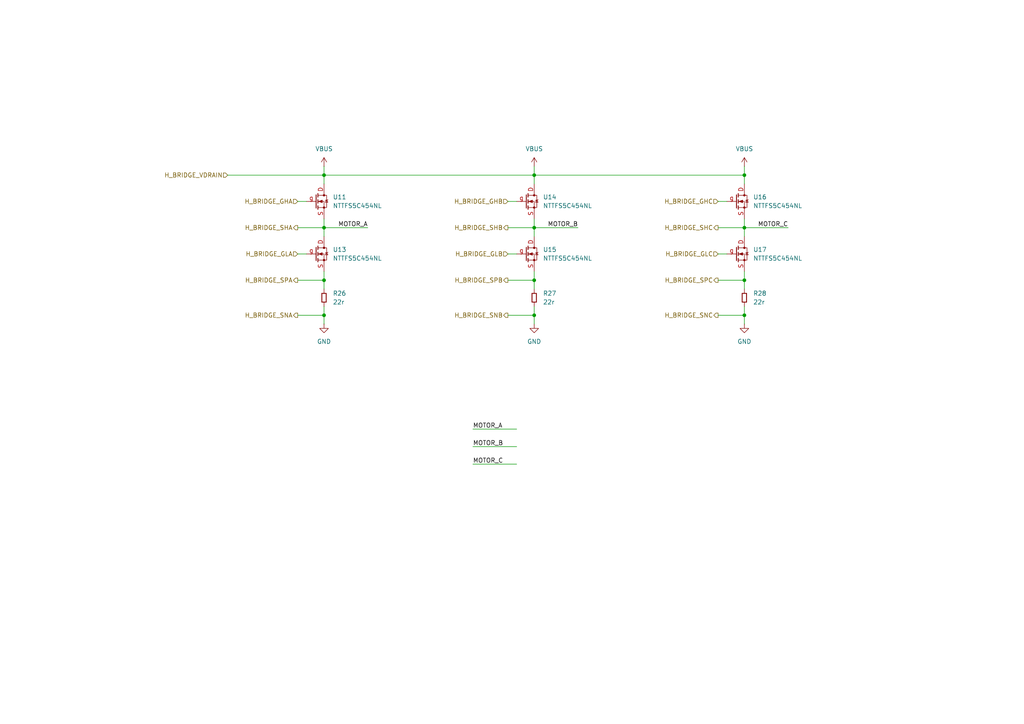
<source format=kicad_sch>
(kicad_sch (version 20250114) (generator "eeschema") (generator_version "9.0")
  (paper "A4")
  (lib_symbols
    (symbol "Device:R" (pin_numbers (hide yes)) (pin_names (offset 0))
      (symbol "R_0_1"
        (rectangle (start -0.635 1.27) (end 0.635 -1.27) (stroke (width 0.254)))
      )
      (symbol "R_1_1"
        (pin passive line (at 0 2.54 270) (length 1.27) (name "~") (number "1"))
        (pin passive line (at 0 -2.54 90) (length 1.27) (name "~") (number "2"))
      )
    )
    (symbol "power:GND" (power) (pin_numbers (hide yes)) (pin_names (offset 0) (hide yes))
      (property "Value" "GND" (at 0 -3.81 0))
      (symbol "GND_0_1"
        (polyline (pts (xy 0 0) (xy 0 -1.27) (xy 1.27 -1.27) (xy 0 -2.54) (xy -1.27 -1.27) (xy 0 -1.27)))
      )
      (symbol "GND_1_1"
        (pin power_in line (at 0 0 270) (length 0) (name "~") (number "1"))
      )
    )
    (symbol "power:VBUS" (power) (pin_numbers (hide yes)) (pin_names (offset 0) (hide yes))
      (property "Value" "VBUS" (at 0 3.556 0))
      (symbol "VBUS_0_1"
        (polyline (pts (xy -0.762 1.27) (xy 0 2.54)))
        (polyline (pts (xy 0 2.54) (xy 0.762 1.27)))
        (polyline (pts (xy 0 0) (xy 0 2.54)))
      )
      (symbol "VBUS_1_1"
        (pin power_in line (at 0 0 90) (length 0) (name "~") (number "1"))
      )
    )
    (symbol "simplified_spincoater_v1:NTTFS5C454NL"
      (property "Reference" "U" (at 0 0 0))
      (property "Value" "NTTFS5C454NL" (at 5.6388 30.5562 0))
      (symbol "NTTFS5C454NL_0_1"
        (polyline (pts (xy 2.794 1.905) (xy 2.794 -1.905)) (stroke (width 0.254)))
        (polyline (pts (xy 3.302 2.286) (xy 3.302 1.27)) (stroke (width 0.254)))
        (polyline (pts (xy 3.302 1.778) (xy 5.842 1.778) (xy 5.842 -1.778) (xy 3.302 -1.778)))
        (polyline (pts (xy 3.302 0.508) (xy 3.302 -0.508)) (stroke (width 0.254)))
        (polyline (pts (xy 3.302 -1.27) (xy 3.302 -2.286)) (stroke (width 0.254)))
        (polyline (pts (xy 3.556 0) (xy 4.572 -0.381) (xy 4.572 0.381) (xy 3.556 0)) (fill (type outline)))
        (circle (center 5.08 1.778) (radius 0.254) (fill (type outline)))
        (circle (center 5.08 -1.778) (radius 0.254) (fill (type outline)))
        (polyline (pts (xy 5.08 -1.905) (xy 5.08 0) (xy 3.302 0)))
        (polyline (pts (xy 5.6388 0.381) (xy 5.4356 0.254)))
        (polyline (pts (xy 5.8294 0.381) (xy 6.2104 -0.254) (xy 5.4484 -0.254) (xy 5.8294 0.381)))
        (polyline (pts (xy 6.0452 0.381) (xy 5.6388 0.381)))
        (polyline (pts (xy 6.0452 0.381) (xy 6.0452 0.381)))
        (polyline (pts (xy 6.0452 0.381) (xy 6.223 0.508)))
      )
      (symbol "NTTFS5C454NL_1_1"
        (pin input line (at 0 0 0) (length 2.794) (hide yes) (name "") (number "4"))
        (pin input line (at 0 0 0) (length 2.794) (name "") (number "g"))
        (pin power_out line (at 5.08 5.08 270) (length 3.175) (hide yes) (name "") (number "5"))
        (pin power_out line (at 5.08 5.08 270) (length 3.175) (hide yes) (name "") (number "6"))
        (pin power_out line (at 5.08 5.08 270) (length 3.175) (hide yes) (name "") (number "7"))
        (pin power_out line (at 5.08 5.08 270) (length 3.175) (hide yes) (name "") (number "8"))
        (pin power_out line (at 5.08 5.08 270) (length 3.175) (name "") (number "D"))
        (pin power_out line (at 5.08 -5.08 90) (length 3.175) (hide yes) (name "") (number "1"))
        (pin power_out line (at 5.08 -5.08 90) (length 3.175) (hide yes) (name "") (number "2"))
        (pin power_out line (at 5.08 -5.08 90) (length 3.175) (hide yes) (name "") (number "3"))
        (pin power_in line (at 5.08 -5.08 90) (length 3.175) (name "") (number "S"))
      )
    )
  )
  (junction (at 215.9 50.8))
  (junction (at 215.9 66.04))
  (junction (at 93.98 81.28))
  (junction (at 93.98 66.04))
  (junction (at 154.94 50.8))
  (junction (at 215.9 81.28))
  (junction (at 93.98 50.8))
  (junction (at 93.98 91.44))
  (junction (at 154.94 81.28))
  (junction (at 215.9 91.44))
  (junction (at 154.94 91.44))
  (junction (at 154.94 66.04))
  (wire (pts (xy 93.98 63.5) (xy 93.98 66.04)))
  (wire (pts (xy 215.9 88.9) (xy 215.9 91.44)))
  (wire (pts (xy 154.94 88.9) (xy 154.94 91.44)))
  (wire (pts (xy 66.04 50.8) (xy 93.98 50.8)))
  (wire (pts (xy 86.36 91.44) (xy 93.98 91.44)))
  (wire (pts (xy 86.36 66.04) (xy 93.98 66.04)))
  (wire (pts (xy 86.36 81.28) (xy 93.98 81.28)))
  (wire (pts (xy 93.98 81.28) (xy 93.98 83.82)))
  (wire (pts (xy 154.94 78.74) (xy 154.94 81.28)))
  (wire (pts (xy 154.94 48.26) (xy 154.94 50.8)))
  (wire (pts (xy 93.98 66.04) (xy 106.68 66.04)))
  (wire (pts (xy 149.86 73.66) (xy 147.32 73.66)))
  (wire (pts (xy 208.28 81.28) (xy 215.9 81.28)))
  (wire (pts (xy 154.94 50.8) (xy 215.9 50.8)))
  (wire (pts (xy 93.98 50.8) (xy 93.98 53.34)))
  (wire (pts (xy 215.9 66.04) (xy 228.6 66.04)))
  (wire (pts (xy 210.82 73.66) (xy 208.28 73.66)))
  (wire (pts (xy 88.9 73.66) (xy 86.36 73.66)))
  (wire (pts (xy 215.9 81.28) (xy 215.9 83.82)))
  (wire (pts (xy 149.86 124.46) (xy 137.16 124.46)))
  (wire (pts (xy 88.9 58.42) (xy 86.36 58.42)))
  (wire (pts (xy 93.98 48.26) (xy 93.98 50.8)))
  (wire (pts (xy 210.82 58.42) (xy 208.28 58.42)))
  (wire (pts (xy 215.9 63.5) (xy 215.9 66.04)))
  (wire (pts (xy 154.94 50.8) (xy 154.94 53.34)))
  (wire (pts (xy 154.94 91.44) (xy 154.94 93.98)))
  (wire (pts (xy 149.86 129.54) (xy 137.16 129.54)))
  (wire (pts (xy 147.32 91.44) (xy 154.94 91.44)))
  (wire (pts (xy 208.28 91.44) (xy 215.9 91.44)))
  (wire (pts (xy 215.9 66.04) (xy 215.9 68.58)))
  (wire (pts (xy 149.86 134.62) (xy 137.16 134.62)))
  (wire (pts (xy 215.9 48.26) (xy 215.9 50.8)))
  (wire (pts (xy 215.9 91.44) (xy 215.9 93.98)))
  (wire (pts (xy 93.98 91.44) (xy 93.98 93.98)))
  (wire (pts (xy 149.86 58.42) (xy 147.32 58.42)))
  (wire (pts (xy 93.98 88.9) (xy 93.98 91.44)))
  (wire (pts (xy 154.94 63.5) (xy 154.94 66.04)))
  (wire (pts (xy 215.9 78.74) (xy 215.9 81.28)))
  (wire (pts (xy 215.9 50.8) (xy 215.9 53.34)))
  (wire (pts (xy 93.98 78.74) (xy 93.98 81.28)))
  (wire (pts (xy 154.94 66.04) (xy 167.64 66.04)))
  (wire (pts (xy 208.28 66.04) (xy 215.9 66.04)))
  (wire (pts (xy 154.94 81.28) (xy 154.94 83.82)))
  (wire (pts (xy 147.32 81.28) (xy 154.94 81.28)))
  (wire (pts (xy 93.98 66.04) (xy 93.98 68.58)))
  (wire (pts (xy 154.94 66.04) (xy 154.94 68.58)))
  (wire (pts (xy 147.32 66.04) (xy 154.94 66.04)))
  (wire (pts (xy 93.98 50.8) (xy 154.94 50.8)))
  (label "MOTOR_A" (at 106.68 66.04 180))
  (label "MOTOR_C" (at 228.6 66.04 180))
  (label "MOTOR_C" (at 137.16 134.62 0))
  (label "MOTOR_B" (at 167.64 66.04 180))
  (label "MOTOR_A" (at 137.16 124.46 0))
  (label "MOTOR_B" (at 137.16 129.54 0))
  (hierarchical_label "H_BRIDGE_VDRAIN" (shape input) (at 66.04 50.8 180))
  (hierarchical_label "H_BRIDGE_GHA" (shape input) (at 86.36 58.42 180))
  (hierarchical_label "H_BRIDGE_SHA" (shape output) (at 86.36 66.04 180))
  (hierarchical_label "H_BRIDGE_SPA" (shape output) (at 86.36 81.28 180))
  (hierarchical_label "H_BRIDGE_SHB" (shape output) (at 147.32 66.04 180))
  (hierarchical_label "H_BRIDGE_GLB" (shape input) (at 147.32 73.66 180))
  (hierarchical_label "H_BRIDGE_SNB" (shape output) (at 147.32 91.44 180))
  (hierarchical_label "H_BRIDGE_SNA" (shape output) (at 86.36 91.44 180))
  (hierarchical_label "H_BRIDGE_SPC" (shape output) (at 208.28 81.28 180))
  (hierarchical_label "H_BRIDGE_SNC" (shape output) (at 208.28 91.44 180))
  (hierarchical_label "H_BRIDGE_SPB" (shape output) (at 147.32 81.28 180))
  (hierarchical_label "H_BRIDGE_GHC" (shape input) (at 208.28 58.42 180))
  (hierarchical_label "H_BRIDGE_GHB" (shape input) (at 147.32 58.42 180))
  (hierarchical_label "H_BRIDGE_GLC" (shape input) (at 208.28 73.66 180))
  (hierarchical_label "H_BRIDGE_GLA" (shape input) (at 86.36 73.66 180))
  (hierarchical_label "H_BRIDGE_SHC" (shape output) (at 208.28 66.04 180))
  (symbol (lib_id "simplified_spincoater_v1:NTTFS5C454NL") (at 210.82 73.66 0) (unit 1)
    (property "Reference" "U17" (at 218.44 72.3899 0) (effects (justify left)))
    (property "Value" "NTTFS5C454NL" (at 218.44 74.9299 0) (effects (justify left)))
    (property "Footprint" "simplified_spincoater_v1:NTTFS5C454NL" (effects (hide yes)))
    (property "Datasheet" "kicad-embed://NTTFS5C454NL.pdf" (effects (hide yes)))
  )
  (symbol (lib_id "simplified_spincoater_v1:NTTFS5C454NL") (at 88.9 58.42 0) (unit 1)
    (property "Reference" "U11" (at 96.52 57.1499 0) (effects (justify left)))
    (property "Value" "NTTFS5C454NL" (at 96.52 59.6899 0) (effects (justify left)))
    (property "Footprint" "simplified_spincoater_v1:NTTFS5C454NL" (effects (hide yes)))
    (property "Datasheet" "kicad-embed://NTTFS5C454NL.pdf" (effects (hide yes)))
  )
  (symbol (lib_id "Device:R") (at 215.9 86.36 180) (unit 1)
    (property "Reference" "R28" (at 218.44 85.0899 0) (effects (justify right)))
    (property "Value" "22r" (at 218.44 87.6299 0) (effects (justify right)))
    (property "Footprint" "Resistor_SMD:R_0201_0603Metric" (effects (hide yes)))
    (property "Description" "Resistor" (effects (hide yes)))
  )
  (symbol (lib_id "simplified_spincoater_v1:NTTFS5C454NL") (at 88.9 73.66 0) (unit 1)
    (property "Reference" "U13" (at 96.52 72.3899 0) (effects (justify left)))
    (property "Value" "NTTFS5C454NL" (at 96.52 74.9299 0) (effects (justify left)))
    (property "Footprint" "simplified_spincoater_v1:NTTFS5C454NL" (effects (hide yes)))
    (property "Datasheet" "kicad-embed://NTTFS5C454NL.pdf" (effects (hide yes)))
  )
  (symbol (lib_id "simplified_spincoater_v1:NTTFS5C454NL") (at 149.86 58.42 0) (unit 1)
    (property "Reference" "U14" (at 157.48 57.1499 0) (effects (justify left)))
    (property "Value" "NTTFS5C454NL" (at 157.48 59.6899 0) (effects (justify left)))
    (property "Footprint" "simplified_spincoater_v1:NTTFS5C454NL" (effects (hide yes)))
    (property "Datasheet" "kicad-embed://NTTFS5C454NL.pdf" (effects (hide yes)))
  )
  (symbol (lib_id "simplified_spincoater_v1:NTTFS5C454NL") (at 149.86 73.66 0) (unit 1)
    (property "Reference" "U15" (at 157.48 72.3899 0) (effects (justify left)))
    (property "Value" "NTTFS5C454NL" (at 157.48 74.9299 0) (effects (justify left)))
    (property "Footprint" "simplified_spincoater_v1:NTTFS5C454NL" (effects (hide yes)))
    (property "Datasheet" "kicad-embed://NTTFS5C454NL.pdf" (effects (hide yes)))
  )
  (symbol (lib_id "power:VBUS") (at 154.94 48.26 0) (unit 1)
    (property "Reference" "#PWR071" (effects (hide yes)))
    (property "Value" "VBUS" (at 154.94 43.18 0))
    (property "Description" "Power symbol creates a global label with name \"VBUS\"" (effects (hide yes)))
  )
  (symbol (lib_id "power:VBUS") (at 93.98 48.26 0) (unit 1)
    (property "Reference" "#PWR070" (effects (hide yes)))
    (property "Value" "VBUS" (at 93.98 43.18 0))
    (property "Description" "Power symbol creates a global label with name \"VBUS\"" (effects (hide yes)))
  )
  (symbol (lib_id "power:GND") (at 154.94 93.98 0) (unit 1)
    (property "Reference" "#PWR031" (effects (hide yes)))
    (property "Value" "GND" (at 154.94 99.06 0))
    (property "Description" "Power symbol creates a global label with name \"GND\" , ground" (effects (hide yes)))
  )
  (symbol (lib_id "Device:R") (at 154.94 86.36 180) (unit 1)
    (property "Reference" "R27" (at 157.48 85.0899 0) (effects (justify right)))
    (property "Value" "22r" (at 157.48 87.6299 0) (effects (justify right)))
    (property "Footprint" "Resistor_SMD:R_0201_0603Metric" (effects (hide yes)))
    (property "Description" "Resistor" (effects (hide yes)))
  )
  (symbol (lib_id "power:VBUS") (at 215.9 48.26 0) (unit 1)
    (property "Reference" "#PWR072" (effects (hide yes)))
    (property "Value" "VBUS" (at 215.9 43.18 0))
    (property "Description" "Power symbol creates a global label with name \"VBUS\"" (effects (hide yes)))
  )
  (symbol (lib_id "power:GND") (at 215.9 93.98 0) (unit 1)
    (property "Reference" "#PWR033" (effects (hide yes)))
    (property "Value" "GND" (at 215.9 99.06 0))
    (property "Description" "Power symbol creates a global label with name \"GND\" , ground" (effects (hide yes)))
  )
  (symbol (lib_id "simplified_spincoater_v1:NTTFS5C454NL") (at 210.82 58.42 0) (unit 1)
    (property "Reference" "U16" (at 218.44 57.1499 0) (effects (justify left)))
    (property "Value" "NTTFS5C454NL" (at 218.44 59.6899 0) (effects (justify left)))
    (property "Footprint" "simplified_spincoater_v1:NTTFS5C454NL" (effects (hide yes)))
    (property "Datasheet" "kicad-embed://NTTFS5C454NL.pdf" (effects (hide yes)))
  )
  (symbol (lib_id "power:GND") (at 93.98 93.98 0) (unit 1)
    (property "Reference" "#PWR016" (effects (hide yes)))
    (property "Value" "GND" (at 93.98 99.06 0))
    (property "Description" "Power symbol creates a global label with name \"GND\" , ground" (effects (hide yes)))
  )
  (symbol (lib_id "Device:R") (at 93.98 86.36 180) (unit 1)
    (property "Reference" "R26" (at 96.52 85.0899 0) (effects (justify right)))
    (property "Value" "22r" (at 96.52 87.6299 0) (effects (justify right)))
    (property "Footprint" "Resistor_SMD:R_0201_0603Metric" (effects (hide yes)))
    (property "Description" "Resistor" (effects (hide yes)))
  )
)
</source>
